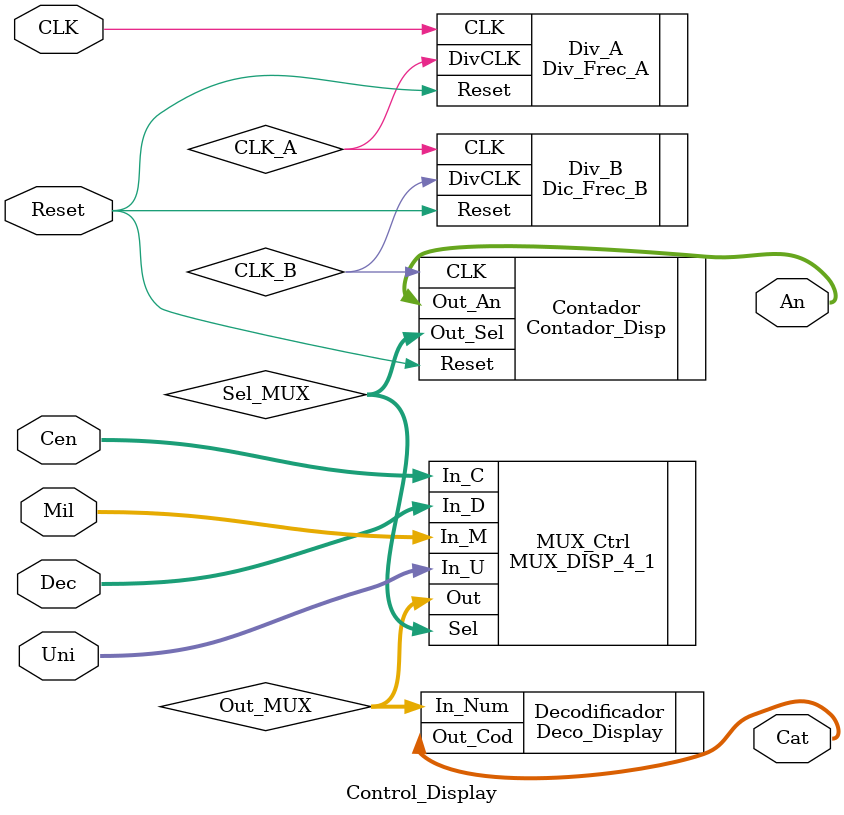
<source format=v>
`timescale 1ns / 1ps
module Control_Display(
    input wire [3:0] Uni,
    input wire [3:0] Dec,
    input wire [3:0] Cen,
    input wire [3:0] Mil,
    input wire CLK,
	 input wire Reset,
    output wire [3:0] An,
    output wire [7:0] Cat
    );

////////////////////////Seccion de Divisores de Frecuencia y Contador//////////////////////

//La salida de este divisor es una señal de reloj de 100 KHz. 
Div_Frec_A Div_A (
    .CLK(CLK), 
    .Reset(Reset), 
    .DivCLK(CLK_A)
    );

//La salida de este divisor es una señal de reloj de 60 Hz.
Dic_Frec_B Div_B (
    .CLK(CLK_A), 
    .Reset(Reset), 
    .DivCLK(CLK_B)
    );

//Contador.
wire [1:0] Sel_MUX;

Contador_Disp Contador (
    .Reset(Reset), 
    .CLK(CLK_B), 
    .Out_Sel(Sel_MUX), 
    .Out_An(An)
    );


///////////////////////////////////Seccion del Multiplexor//////////////////////////////////
wire [3:0] Out_MUX;

MUX_DISP_4_1 MUX_Ctrl (
    .In_U(Uni), 
    .In_D(Dec), 
    .In_C(Cen), 
    .In_M(Mil), 
    .Sel(Sel_MUX), 
    .Out(Out_MUX)
    );


//////////////////////////////////Seccion del Decodificador/////////////////////////////////
//El decodificador transforma los codigos de los numeros en binario a los codigos 
//de control de los catodos. 

Deco_Display Decodificador (
    .In_Num(Out_MUX), 
    .Out_Cod(Cat)
    );

endmodule

</source>
